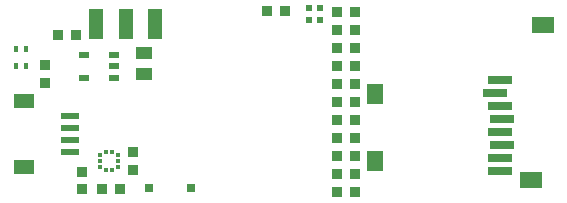
<source format=gbr>
%TF.GenerationSoftware,KiCad,Pcbnew,7.0.6*%
%TF.CreationDate,2023-11-02T08:43:42-04:00*%
%TF.ProjectId,destinationWeatherStation_v5,64657374-696e-4617-9469-6f6e57656174,01*%
%TF.SameCoordinates,Original*%
%TF.FileFunction,Paste,Top*%
%TF.FilePolarity,Positive*%
%FSLAX46Y46*%
G04 Gerber Fmt 4.6, Leading zero omitted, Abs format (unit mm)*
G04 Created by KiCad (PCBNEW 7.0.6) date 2023-11-02 08:43:42*
%MOMM*%
%LPD*%
G01*
G04 APERTURE LIST*
%ADD10R,0.970000X0.871000*%
%ADD11R,0.820000X0.929000*%
%ADD12R,0.350000X0.397000*%
%ADD13R,0.397000X0.350000*%
%ADD14R,0.300000X0.500000*%
%ADD15R,2.000000X0.800000*%
%ADD16R,1.400000X1.800000*%
%ADD17R,1.900000X1.400000*%
%ADD18R,0.929000X0.820000*%
%ADD19R,1.800000X1.200000*%
%ADD20R,1.550000X0.600000*%
%ADD21R,0.871000X0.970000*%
%ADD22R,0.760000X0.790000*%
%ADD23R,1.465000X0.985000*%
%ADD24R,0.550000X0.550000*%
%ADD25R,1.200000X2.500000*%
%ADD26R,0.833000X0.609000*%
G04 APERTURE END LIST*
D10*
%TO.C,C5*%
X117602000Y-104787000D03*
X117602000Y-106287000D03*
%TD*%
D11*
%TO.C,R5*%
X142374000Y-107950000D03*
X143884000Y-107950000D03*
%TD*%
D12*
%TO.C,U2*%
X123313000Y-112137000D03*
X122813000Y-112137000D03*
D13*
X122297000Y-112403000D03*
X122297000Y-112903000D03*
X122297000Y-113403000D03*
D12*
X122813000Y-113669000D03*
X123313000Y-113669000D03*
D13*
X123829000Y-113403000D03*
X123829000Y-112903000D03*
X123829000Y-112403000D03*
%TD*%
D14*
%TO.C,U3*%
X115970000Y-103440000D03*
X115170000Y-103440000D03*
X115170000Y-104840000D03*
X115970000Y-104840000D03*
%TD*%
D15*
%TO.C,J3*%
X156150000Y-106035000D03*
X155750000Y-107135000D03*
X156150000Y-108235000D03*
X156350000Y-109335000D03*
X156150000Y-110435000D03*
X156350000Y-111535000D03*
X156150000Y-112635000D03*
X156150000Y-113735000D03*
D16*
X145600000Y-112925000D03*
X145600000Y-107225000D03*
D17*
X158750000Y-114525000D03*
X159750000Y-101375000D03*
%TD*%
D11*
%TO.C,R10*%
X122435000Y-115316000D03*
X123945000Y-115316000D03*
%TD*%
D18*
%TO.C,R11*%
X120777000Y-115309000D03*
X120777000Y-113799000D03*
%TD*%
D11*
%TO.C,R4*%
X142374000Y-109474000D03*
X143884000Y-109474000D03*
%TD*%
D19*
%TO.C,J4*%
X115854000Y-107817000D03*
X115854000Y-113417000D03*
D20*
X119729000Y-109117000D03*
X119729000Y-110117000D03*
X119729000Y-111117000D03*
X119729000Y-112117000D03*
%TD*%
D11*
%TO.C,R2*%
X142374000Y-114046000D03*
X143884000Y-114046000D03*
%TD*%
%TO.C,R8*%
X142374000Y-101854000D03*
X143884000Y-101854000D03*
%TD*%
%TO.C,R12*%
X136405000Y-100203000D03*
X137915000Y-100203000D03*
%TD*%
D21*
%TO.C,C2*%
X142379000Y-115570000D03*
X143879000Y-115570000D03*
%TD*%
D22*
%TO.C,D1*%
X130018500Y-115189000D03*
X126408500Y-115189000D03*
%TD*%
D21*
%TO.C,C1*%
X120257000Y-102235000D03*
X118757000Y-102235000D03*
%TD*%
D11*
%TO.C,R1*%
X142374000Y-106426000D03*
X143884000Y-106426000D03*
%TD*%
D23*
%TO.C,L1*%
X125984000Y-103733000D03*
X125984000Y-105563000D03*
%TD*%
D24*
%TO.C,D2*%
X139943000Y-100932000D03*
X140893000Y-100932000D03*
X140893000Y-99982000D03*
X139943000Y-99982000D03*
%TD*%
D25*
%TO.C,SW1*%
X126960000Y-101302000D03*
X124460000Y-101302000D03*
X121960000Y-101302000D03*
%TD*%
D21*
%TO.C,C3*%
X142379000Y-110998000D03*
X143879000Y-110998000D03*
%TD*%
D11*
%TO.C,R7*%
X142374000Y-103378000D03*
X143884000Y-103378000D03*
%TD*%
D26*
%TO.C,U1*%
X123465000Y-105852000D03*
X123465000Y-104902000D03*
X123465000Y-103952000D03*
X120883000Y-103952000D03*
X120883000Y-105852000D03*
%TD*%
D11*
%TO.C,R9*%
X142374000Y-100330000D03*
X143884000Y-100330000D03*
%TD*%
%TO.C,R6*%
X142374000Y-104902000D03*
X143884000Y-104902000D03*
%TD*%
%TO.C,R3*%
X142374000Y-112522000D03*
X143884000Y-112522000D03*
%TD*%
D10*
%TO.C,C4*%
X125095000Y-112153000D03*
X125095000Y-113653000D03*
%TD*%
M02*

</source>
